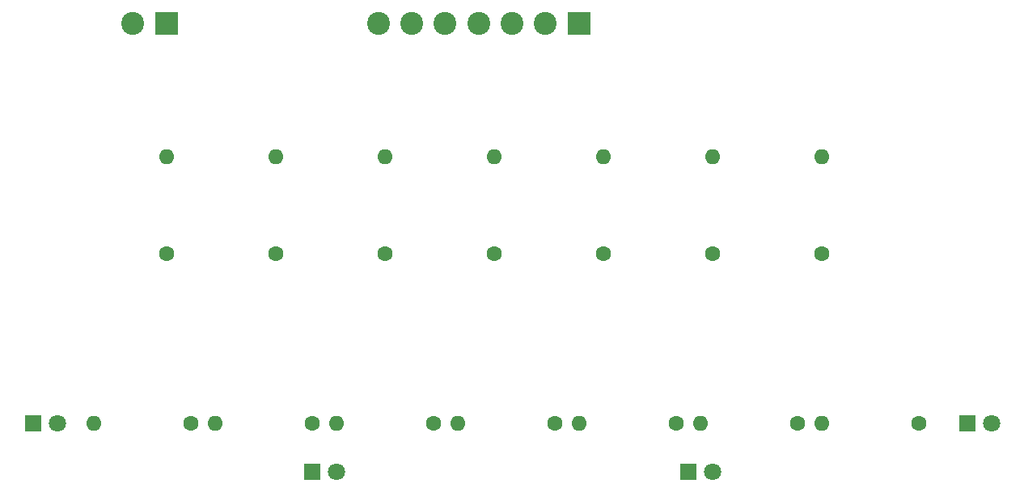
<source format=gbr>
G04 #@! TF.GenerationSoftware,KiCad,Pcbnew,5.1.9-73d0e3b20d~88~ubuntu20.04.1*
G04 #@! TF.CreationDate,2022-04-18T22:37:33-07:00*
G04 #@! TF.ProjectId,Photo_Resistor_Sensing2,50686f74-6f5f-4526-9573-6973746f725f,rev?*
G04 #@! TF.SameCoordinates,Original*
G04 #@! TF.FileFunction,Soldermask,Top*
G04 #@! TF.FilePolarity,Negative*
%FSLAX46Y46*%
G04 Gerber Fmt 4.6, Leading zero omitted, Abs format (unit mm)*
G04 Created by KiCad (PCBNEW 5.1.9-73d0e3b20d~88~ubuntu20.04.1) date 2022-04-18 22:37:33*
%MOMM*%
%LPD*%
G01*
G04 APERTURE LIST*
%ADD10R,1.800000X1.800000*%
%ADD11C,1.800000*%
%ADD12R,2.400000X2.400000*%
%ADD13C,2.400000*%
%ADD14C,1.600000*%
%ADD15O,1.600000X1.600000*%
G04 APERTURE END LIST*
D10*
G04 #@! TO.C,D1*
X223520000Y-106680000D03*
D11*
X226060000Y-106680000D03*
G04 #@! TD*
G04 #@! TO.C,D2*
X196850000Y-111760000D03*
D10*
X194310000Y-111760000D03*
G04 #@! TD*
G04 #@! TO.C,D3*
X154940000Y-111760000D03*
D11*
X157480000Y-111760000D03*
G04 #@! TD*
G04 #@! TO.C,D4*
X128270000Y-106680000D03*
D10*
X125730000Y-106680000D03*
G04 #@! TD*
D12*
G04 #@! TO.C,J1*
X182880000Y-64770000D03*
D13*
X179380000Y-64770000D03*
X175880000Y-64770000D03*
X172380000Y-64770000D03*
X168880000Y-64770000D03*
X165380000Y-64770000D03*
X161880000Y-64770000D03*
G04 #@! TD*
D12*
G04 #@! TO.C,J2*
X139700000Y-64770000D03*
D13*
X136200000Y-64770000D03*
G04 #@! TD*
D14*
G04 #@! TO.C,R1*
X208280000Y-88900000D03*
D15*
X208280000Y-78740000D03*
G04 #@! TD*
G04 #@! TO.C,R2*
X208280000Y-106680000D03*
D14*
X218440000Y-106680000D03*
G04 #@! TD*
D15*
G04 #@! TO.C,R3*
X196850000Y-78740000D03*
D14*
X196850000Y-88900000D03*
G04 #@! TD*
G04 #@! TO.C,R4*
X205740000Y-106680000D03*
D15*
X195580000Y-106680000D03*
G04 #@! TD*
D14*
G04 #@! TO.C,R5*
X185420000Y-88900000D03*
D15*
X185420000Y-78740000D03*
G04 #@! TD*
G04 #@! TO.C,R6*
X182880000Y-106680000D03*
D14*
X193040000Y-106680000D03*
G04 #@! TD*
D15*
G04 #@! TO.C,R7*
X173990000Y-78740000D03*
D14*
X173990000Y-88900000D03*
G04 #@! TD*
G04 #@! TO.C,R8*
X180340000Y-106680000D03*
D15*
X170180000Y-106680000D03*
G04 #@! TD*
D14*
G04 #@! TO.C,R9*
X162560000Y-88900000D03*
D15*
X162560000Y-78740000D03*
G04 #@! TD*
G04 #@! TO.C,R10*
X157480000Y-106680000D03*
D14*
X167640000Y-106680000D03*
G04 #@! TD*
D15*
G04 #@! TO.C,R11*
X151130000Y-78740000D03*
D14*
X151130000Y-88900000D03*
G04 #@! TD*
G04 #@! TO.C,R12*
X154940000Y-106680000D03*
D15*
X144780000Y-106680000D03*
G04 #@! TD*
D14*
G04 #@! TO.C,R13*
X139700000Y-88900000D03*
D15*
X139700000Y-78740000D03*
G04 #@! TD*
G04 #@! TO.C,R14*
X132080000Y-106680000D03*
D14*
X142240000Y-106680000D03*
G04 #@! TD*
M02*

</source>
